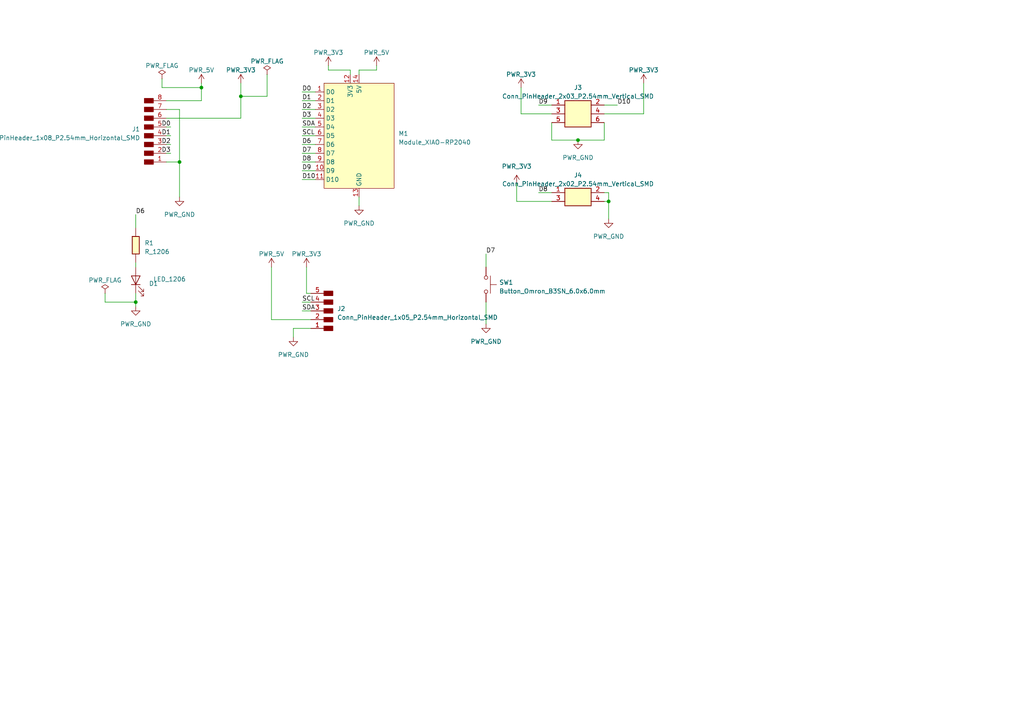
<source format=kicad_sch>
(kicad_sch (version 20230121) (generator eeschema)
  (paper "A4")
  (lib_symbols
    (symbol "fab:Button_Omron_B3SN_6.0x6.0mm" (pin_numbers hide) (pin_names (offset 1.016) hide)
      (property "Reference" "SW" (at 1.27 2.54 0))
      (property "Value" "Button_Omron_B3SN_6.0x6.0mm" (at 0 -1.524 0))
      (symbol "Button_Omron_B3SN_6.0x6.0mm_0_1"
        (circle (center -2.032 0) (radius 0.508))
        (polyline (pts (xy 0 1.27) (xy 0 3.048)))
        (polyline (pts (xy 2.54 1.27) (xy -2.54 1.27)))
        (circle (center 2.032 0) (radius 0.508))
        (pin passive line (at -5.08 0 0) (length 2.54) (name "1") (number "1"))
        (pin passive line (at 5.08 0 180) (length 2.54) (name "2") (number "2"))
      )
    )
    (symbol "fab:Conn_PinHeader_1x05_P2.54mm_Horizontal_SMD" (pin_names hide)
      (property "Reference" "J" (at 0 7.62 0))
      (property "Value" "Conn_PinHeader_1x05_P2.54mm_Horizontal_SMD" (at 0 -7.62 0))
      (symbol "Conn_PinHeader_1x05_P2.54mm_Horizontal_SMD_1_1"
        (rectangle (start -1.27 -4.445) (end 1.27 -5.715) (stroke (width 0.254)) (fill (type outline)))
        (rectangle (start -1.27 -1.905) (end 1.27 -3.175) (stroke (width 0.254)) (fill (type outline)))
        (rectangle (start -1.27 0.635) (end 1.27 -0.635) (stroke (width 0.254)) (fill (type outline)))
        (rectangle (start -1.27 3.175) (end 1.27 1.905) (stroke (width 0.254)) (fill (type outline)))
        (rectangle (start -1.27 5.715) (end 1.27 4.445) (stroke (width 0.254)) (fill (type outline)))
        (pin passive line (at 5.08 5.08 180) (length 3.81) (name "Pin_1") (number "1"))
        (pin passive line (at 5.08 2.54 180) (length 3.81) (name "Pin_2") (number "2"))
        (pin passive line (at 5.08 0 180) (length 3.81) (name "Pin_3") (number "3"))
        (pin passive line (at 5.08 -2.54 180) (length 3.81) (name "Pin_4") (number "4"))
        (pin passive line (at 5.08 -5.08 180) (length 3.81) (name "Pin_5") (number "5"))
      )
    )
    (symbol "fab:Conn_PinHeader_1x08_P2.54mm_Horizontal_SMD" (pin_names hide)
      (property "Reference" "J" (at 0 10.16 0))
      (property "Value" "Conn_PinHeader_1x08_P2.54mm_Horizontal_SMD" (at 0 -12.7 0))
      (symbol "Conn_PinHeader_1x08_P2.54mm_Horizontal_SMD_1_1"
        (rectangle (start -1.27 -9.525) (end 1.27 -10.795) (stroke (width 0.254)) (fill (type outline)))
        (rectangle (start -1.27 -6.985) (end 1.27 -8.255) (stroke (width 0.254)) (fill (type outline)))
        (rectangle (start -1.27 -4.445) (end 1.27 -5.715) (stroke (width 0.254)) (fill (type outline)))
        (rectangle (start -1.27 -1.905) (end 1.27 -3.175) (stroke (width 0.254)) (fill (type outline)))
        (rectangle (start -1.27 0.635) (end 1.27 -0.635) (stroke (width 0.254)) (fill (type outline)))
        (rectangle (start -1.27 3.175) (end 1.27 1.905) (stroke (width 0.254)) (fill (type outline)))
        (rectangle (start -1.27 5.715) (end 1.27 4.445) (stroke (width 0.254)) (fill (type outline)))
        (rectangle (start -1.27 8.255) (end 1.27 6.985) (stroke (width 0.254)) (fill (type outline)))
        (pin passive line (at 5.08 7.62 180) (length 3.81) (name "Pin_1") (number "1"))
        (pin passive line (at 5.08 5.08 180) (length 3.81) (name "Pin_2") (number "2"))
        (pin passive line (at 5.08 2.54 180) (length 3.81) (name "Pin_3") (number "3"))
        (pin passive line (at 5.08 0 180) (length 3.81) (name "Pin_4") (number "4"))
        (pin passive line (at 5.08 -2.54 180) (length 3.81) (name "Pin_5") (number "5"))
        (pin passive line (at 5.08 -5.08 180) (length 3.81) (name "Pin_6") (number "6"))
        (pin passive line (at 5.08 -7.62 180) (length 3.81) (name "Pin_7") (number "7"))
        (pin passive line (at 5.08 -10.16 180) (length 3.81) (name "Pin_8") (number "8"))
      )
    )
    (symbol "fab:Conn_PinHeader_2x02_P2.54mm_Vertical_SMD" (pin_names hide)
      (property "Reference" "J" (at 0 3.81 0))
      (property "Value" "Conn_PinHeader_2x02_P2.54mm_Vertical_SMD" (at 0 -3.81 0))
      (symbol "Conn_PinHeader_2x02_P2.54mm_Vertical_SMD_1_1"
        (rectangle (start -3.81 2.54) (end 3.81 -2.54) (stroke (width 0.254)) (fill (type background)))
        (pin passive line (at -7.62 1.27 0) (length 3.81) (name "Pin_1") (number "1"))
        (pin passive line (at 7.62 1.27 180) (length 3.81) (name "Pin_2") (number "2"))
        (pin passive line (at -7.62 -1.27 0) (length 3.81) (name "Pin_3") (number "3"))
        (pin passive line (at 7.62 -1.27 180) (length 3.81) (name "Pin_4") (number "4"))
      )
    )
    (symbol "fab:Conn_PinHeader_2x03_P2.54mm_Vertical_SMD" (pin_names hide)
      (property "Reference" "J" (at 0 5.08 0))
      (property "Value" "Conn_PinHeader_2x03_P2.54mm_Vertical_SMD" (at 0 -5.08 0))
      (symbol "Conn_PinHeader_2x03_P2.54mm_Vertical_SMD_1_1"
        (rectangle (start -3.81 3.81) (end 3.81 -3.81) (stroke (width 0.254)) (fill (type background)))
        (pin passive line (at -7.62 2.54 0) (length 3.81) (name "Pin_1") (number "1"))
        (pin passive line (at 7.62 2.54 180) (length 3.81) (name "Pin_2") (number "2"))
        (pin passive line (at -7.62 0 0) (length 3.81) (name "Pin_3") (number "3"))
        (pin passive line (at 7.62 0 180) (length 3.81) (name "Pin_4") (number "4"))
        (pin passive line (at -7.62 -2.54 0) (length 3.81) (name "Pin_5") (number "5"))
        (pin passive line (at 7.62 -2.54 180) (length 3.81) (name "Pin_6") (number "6"))
      )
    )
    (symbol "fab:LED_1206" (pin_numbers hide) (pin_names (offset 1.016) hide)
      (property "Reference" "D" (at 0 2.54 0))
      (property "Value" "LED_1206" (at 0 -2.54 0))
      (symbol "LED_1206_0_1"
        (polyline (pts (xy -1.27 -1.27) (xy -1.27 1.27)) (stroke (width 0.2032)))
        (polyline (pts (xy -1.27 0) (xy 1.27 0)))
        (polyline (pts (xy 1.27 -1.27) (xy 1.27 1.27) (xy -1.27 0) (xy 1.27 -1.27)) (stroke (width 0.2032)))
        (polyline (pts (xy -3.048 -0.762) (xy -4.572 -2.286) (xy -3.81 -2.286) (xy -4.572 -2.286) (xy -4.572 -1.524)))
        (polyline (pts (xy -1.778 -0.762) (xy -3.302 -2.286) (xy -2.54 -2.286) (xy -3.302 -2.286) (xy -3.302 -1.524)))
      )
      (symbol "LED_1206_1_1"
        (pin passive line (at -3.81 0 0) (length 2.54) (name "K") (number "1"))
        (pin passive line (at 3.81 0 180) (length 2.54) (name "A") (number "2"))
      )
    )
    (symbol "fab:Module_XIAO-RP2040"
      (property "Reference" "M" (at 0 0 0))
      (property "Value" "Module_XIAO-RP2040" (at 0 2.54 0))
      (symbol "Module_XIAO-RP2040_0_1"
        (rectangle (start -10.16 15.24) (end 10.16 -15.24) (fill (type background)))
      )
      (symbol "Module_XIAO-RP2040_1_1"
        (pin bidirectional line (at -12.7 12.7 0) (length 2.54) (name "D0") (number "1"))
        (pin bidirectional line (at -12.7 -10.16 0) (length 2.54) (name "D9") (number "10"))
        (pin bidirectional line (at -12.7 -12.7 0) (length 2.54) (name "D10") (number "11"))
        (pin power_in line (at -2.54 17.78 270) (length 2.54) (name "3V3") (number "12"))
        (pin power_in line (at 0 -17.78 90) (length 2.54) (name "GND") (number "13"))
        (pin power_in line (at 0 17.78 270) (length 2.54) (name "5V") (number "14"))
        (pin bidirectional line (at -12.7 10.16 0) (length 2.54) (name "D1") (number "2"))
        (pin bidirectional line (at -12.7 7.62 0) (length 2.54) (name "D2") (number "3"))
        (pin bidirectional line (at -12.7 5.08 0) (length 2.54) (name "D3") (number "4"))
        (pin bidirectional line (at -12.7 2.54 0) (length 2.54) (name "D4") (number "5"))
        (pin bidirectional line (at -12.7 0 0) (length 2.54) (name "D5") (number "6"))
        (pin bidirectional line (at -12.7 -2.54 0) (length 2.54) (name "D6") (number "7"))
        (pin bidirectional line (at -12.7 -5.08 0) (length 2.54) (name "D7") (number "8"))
        (pin bidirectional line (at -12.7 -7.62 0) (length 2.54) (name "D8") (number "9"))
      )
    )
    (symbol "fab:PWR_3V3" (power) (pin_names (offset 0))
      (property "Value" "PWR_3V3" (at 0 3.556 0))
      (symbol "PWR_3V3_0_1"
        (polyline (pts (xy -0.762 1.27) (xy 0 2.54)))
        (polyline (pts (xy 0 0) (xy 0 2.54)))
        (polyline (pts (xy 0 2.54) (xy 0.762 1.27)))
      )
      (symbol "PWR_3V3_1_1"
        (pin power_in line (at 0 0 90) (length 0) hide (name "PWR_3V3") (number "1"))
      )
    )
    (symbol "fab:PWR_5V" (power) (pin_names (offset 0))
      (property "Value" "PWR_5V" (at 0 3.556 0))
      (symbol "PWR_5V_0_1"
        (polyline (pts (xy -0.762 1.27) (xy 0 2.54)))
        (polyline (pts (xy 0 0) (xy 0 2.54)))
        (polyline (pts (xy 0 2.54) (xy 0.762 1.27)))
      )
      (symbol "PWR_5V_1_1"
        (pin power_in line (at 0 0 90) (length 0) hide (name "PWR_5V") (number "1"))
      )
    )
    (symbol "fab:PWR_FLAG" (power) (pin_numbers hide) (pin_names (offset 0) hide)
      (property "Value" "PWR_FLAG" (at 0 3.81 0))
      (symbol "PWR_FLAG_0_0"
        (pin power_out line (at 0 0 90) (length 0) (name "PWR_FLAG") (number "1"))
      )
      (symbol "PWR_FLAG_0_1"
        (polyline (pts (xy 0 0) (xy 0 1.27) (xy -1.016 1.905) (xy 0 2.54) (xy 1.016 1.905) (xy 0 1.27)))
      )
    )
    (symbol "fab:PWR_GND" (power) (pin_names (offset 0))
      (property "Value" "PWR_GND" (at 0 -3.81 0))
      (symbol "PWR_GND_0_1"
        (polyline (pts (xy 0 0) (xy 0 -1.27) (xy 1.27 -1.27) (xy 0 -2.54) (xy -1.27 -1.27) (xy 0 -1.27)))
      )
      (symbol "PWR_GND_1_1"
        (pin power_in line (at 0 0 270) (length 0) hide (name "PWR_GND") (number "1"))
      )
    )
    (symbol "fab:R_1206" (pin_numbers hide) (pin_names (offset 0))
      (property "Reference" "R" (at 2.54 0 90))
      (property "Value" "R_1206" (at -2.54 0 90))
      (symbol "R_1206_0_1"
        (rectangle (start -1.016 -2.54) (end 1.016 2.54) (stroke (width 0.254)) (fill (type background)))
      )
      (symbol "R_1206_1_1"
        (pin passive line (at 0 5.08 270) (length 2.54) (name "~") (number "1"))
        (pin passive line (at 0 -5.08 90) (length 2.54) (name "~") (number "2"))
      )
    )
  )
  (junction (at 39.37 87.63))
  (junction (at 58.42 25.4))
  (junction (at 167.64 40.64))
  (junction (at 52.07 46.99))
  (junction (at 176.53 58.42))
  (junction (at 69.85 27.94))
  (wire (pts (xy 149.86 58.42) (xy 160.02 58.42)))
  (wire (pts (xy 156.21 30.48) (xy 160.02 30.48)))
  (wire (pts (xy 87.63 52.07) (xy 91.44 52.07)))
  (wire (pts (xy 175.26 55.88) (xy 176.53 55.88)))
  (wire (pts (xy 95.25 20.32) (xy 101.6 20.32)))
  (wire (pts (xy 69.85 34.29) (xy 69.85 27.94)))
  (wire (pts (xy 175.26 30.48) (xy 179.07 30.48)))
  (wire (pts (xy 87.63 34.29) (xy 91.44 34.29)))
  (wire (pts (xy 49.53 39.37) (xy 48.26 39.37)))
  (wire (pts (xy 90.17 95.25) (xy 85.09 95.25)))
  (wire (pts (xy 52.07 46.99) (xy 52.07 57.15)))
  (wire (pts (xy 104.14 20.32) (xy 104.14 21.59)))
  (wire (pts (xy 87.63 29.21) (xy 91.44 29.21)))
  (wire (pts (xy 167.64 40.64) (xy 175.26 40.64)))
  (wire (pts (xy 39.37 87.63) (xy 39.37 88.9)))
  (wire (pts (xy 151.13 25.4) (xy 151.13 33.02)))
  (wire (pts (xy 87.63 90.17) (xy 90.17 90.17)))
  (wire (pts (xy 160.02 35.56) (xy 160.02 40.64)))
  (wire (pts (xy 87.63 87.63) (xy 90.17 87.63)))
  (wire (pts (xy 39.37 62.23) (xy 39.37 66.04)))
  (wire (pts (xy 160.02 40.64) (xy 167.64 40.64)))
  (wire (pts (xy 58.42 29.21) (xy 58.42 25.4)))
  (wire (pts (xy 151.13 33.02) (xy 160.02 33.02)))
  (wire (pts (xy 77.47 21.59) (xy 77.47 27.94)))
  (wire (pts (xy 30.48 87.63) (xy 39.37 87.63)))
  (wire (pts (xy 87.63 31.75) (xy 91.44 31.75)))
  (wire (pts (xy 176.53 55.88) (xy 176.53 58.42)))
  (wire (pts (xy 87.63 46.99) (xy 91.44 46.99)))
  (wire (pts (xy 87.63 36.83) (xy 91.44 36.83)))
  (wire (pts (xy 87.63 26.67) (xy 91.44 26.67)))
  (wire (pts (xy 48.26 46.99) (xy 52.07 46.99)))
  (wire (pts (xy 176.53 58.42) (xy 176.53 63.5)))
  (wire (pts (xy 186.69 33.02) (xy 186.69 24.13)))
  (wire (pts (xy 87.63 49.53) (xy 91.44 49.53)))
  (wire (pts (xy 77.47 27.94) (xy 69.85 27.94)))
  (wire (pts (xy 52.07 31.75) (xy 52.07 46.99)))
  (wire (pts (xy 49.53 41.91) (xy 48.26 41.91)))
  (wire (pts (xy 48.26 34.29) (xy 69.85 34.29)))
  (wire (pts (xy 95.25 19.05) (xy 95.25 20.32)))
  (wire (pts (xy 140.97 87.63) (xy 140.97 93.98)))
  (wire (pts (xy 109.22 19.05) (xy 109.22 20.32)))
  (wire (pts (xy 48.26 31.75) (xy 52.07 31.75)))
  (wire (pts (xy 78.74 77.47) (xy 78.74 92.71)))
  (wire (pts (xy 39.37 85.09) (xy 39.37 87.63)))
  (wire (pts (xy 87.63 41.91) (xy 91.44 41.91)))
  (wire (pts (xy 78.74 92.71) (xy 90.17 92.71)))
  (wire (pts (xy 175.26 33.02) (xy 186.69 33.02)))
  (wire (pts (xy 46.99 22.86) (xy 46.99 25.4)))
  (wire (pts (xy 30.48 85.09) (xy 30.48 87.63)))
  (wire (pts (xy 88.9 85.09) (xy 90.17 85.09)))
  (wire (pts (xy 104.14 57.15) (xy 104.14 59.69)))
  (wire (pts (xy 49.53 44.45) (xy 48.26 44.45)))
  (wire (pts (xy 104.14 20.32) (xy 109.22 20.32)))
  (wire (pts (xy 88.9 77.47) (xy 88.9 85.09)))
  (wire (pts (xy 69.85 27.94) (xy 69.85 24.13)))
  (wire (pts (xy 140.97 73.66) (xy 140.97 77.47)))
  (wire (pts (xy 101.6 20.32) (xy 101.6 21.59)))
  (wire (pts (xy 48.26 29.21) (xy 58.42 29.21)))
  (wire (pts (xy 156.21 55.88) (xy 160.02 55.88)))
  (wire (pts (xy 46.99 25.4) (xy 58.42 25.4)))
  (wire (pts (xy 85.09 95.25) (xy 85.09 97.79)))
  (wire (pts (xy 175.26 58.42) (xy 176.53 58.42)))
  (wire (pts (xy 149.86 53.34) (xy 149.86 58.42)))
  (wire (pts (xy 58.42 25.4) (xy 58.42 24.13)))
  (wire (pts (xy 49.53 36.83) (xy 48.26 36.83)))
  (wire (pts (xy 175.26 35.56) (xy 175.26 40.64)))
  (wire (pts (xy 87.63 39.37) (xy 91.44 39.37)))
  (wire (pts (xy 39.37 76.2) (xy 39.37 77.47)))
  (wire (pts (xy 87.63 44.45) (xy 91.44 44.45)))
  (label "SDA" (at 87.63 36.83 0))
  (label "D9" (at 87.63 49.53 0))
  (label "D0" (at 87.63 26.67 0))
  (label "D3" (at 87.63 34.29 0))
  (label "SDA" (at 87.63 90.17 0))
  (label "D2" (at 87.63 31.75 0))
  (label "D2" (at 49.53 41.91 180))
  (label "D0" (at 49.53 36.83 180))
  (label "D1" (at 87.63 29.21 0))
  (label "D3" (at 49.53 44.45 180))
  (label "D10" (at 179.07 30.48 0))
  (label "D8" (at 87.63 46.99 0))
  (label "SCL" (at 87.63 39.37 0))
  (label "D9" (at 156.21 30.48 0))
  (label "D8" (at 156.21 55.88 0))
  (label "D6" (at 39.37 62.23 0))
  (label "D7" (at 87.63 44.45 0))
  (label "D10" (at 87.63 52.07 0))
  (label "SCL" (at 87.63 87.63 0))
  (label "D7" (at 140.97 73.66 0))
  (label "D6" (at 87.63 41.91 0))
  (label "D1" (at 49.53 39.37 180))
  (symbol (lib_id "fab:PWR_GND") (at 176.53 63.5 0) (unit 1)
    (property "Reference" "#PWR014" (effects hide))
    (property "Value" "PWR_GND" (at 176.53 68.58 0))
  )
  (symbol (lib_id "fab:PWR_FLAG") (at 46.99 22.86 0) (unit 1)
    (property "Reference" "#FLG01" (effects hide))
    (property "Value" "PWR_FLAG" (at 46.99 19.05 0))
  )
  (symbol (lib_id "fab:Module_XIAO-RP2040") (at 104.14 39.37 0) (unit 1)
    (property "Reference" "M1" (at 115.57 38.735 0) (effects (justify left)))
    (property "Value" "Module_XIAO-RP2040" (at 115.57 41.275 0) (effects (justify left)))
    (property "Footprint" "own_library:XIAO_socket" (effects hide))
    (property "Datasheet" "https://wiki.seeedstudio.com/XIAO-RP2040/" (effects hide))
  )
  (symbol (lib_id "fab:PWR_GND") (at 85.09 97.79 0) (unit 1)
    (property "Reference" "#PWR016" (effects hide))
    (property "Value" "PWR_GND" (at 85.09 102.87 0))
  )
  (symbol (lib_id "fab:Button_Omron_B3SN_6.0x6.0mm") (at 140.97 82.55 270) (unit 1)
    (property "Reference" "SW1" (at 144.78 81.915 90) (effects (justify left)))
    (property "Value" "Button_Omron_B3SN_6.0x6.0mm" (at 144.78 84.455 90) (effects (justify left)))
    (property "Footprint" "fab:Button_Omron_B3SN_6.0x6.0mm" (effects hide))
    (property "Datasheet" "https://omronfs.omron.com/en_US/ecb/products/pdf/en-b3sn.pdf" (effects hide))
  )
  (symbol (lib_id "fab:PWR_3V3") (at 149.86 53.34 0) (unit 1)
    (property "Reference" "#PWR017" (effects hide))
    (property "Value" "PWR_3V3" (at 149.86 48.26 0))
  )
  (symbol (lib_id "fab:PWR_FLAG") (at 77.47 21.59 0) (unit 1)
    (property "Reference" "#FLG02" (effects hide))
    (property "Value" "PWR_FLAG" (at 77.47 17.78 0))
  )
  (symbol (lib_id "fab:PWR_5V") (at 78.74 77.47 0) (unit 1)
    (property "Reference" "#PWR09" (effects hide))
    (property "Value" "PWR_5V" (at 78.74 73.66 0))
  )
  (symbol (lib_id "fab:PWR_GND") (at 39.37 88.9 0) (unit 1)
    (property "Reference" "#PWR011" (effects hide))
    (property "Value" "PWR_GND" (at 39.37 93.98 0))
  )
  (symbol (lib_id "fab:PWR_GND") (at 52.07 57.15 0) (unit 1)
    (property "Reference" "#PWR010" (effects hide))
    (property "Value" "PWR_GND" (at 52.07 62.23 0))
  )
  (symbol (lib_id "fab:Conn_PinHeader_2x03_P2.54mm_Vertical_SMD") (at 167.64 33.02 0) (unit 1)
    (property "Reference" "J3" (at 167.64 25.4 0))
    (property "Value" "Conn_PinHeader_2x03_P2.54mm_Vertical_SMD" (at 167.64 27.94 0))
    (property "Footprint" "fab:PinHeader_2x03_P2.54mm_Vertical_SMD" (effects hide))
    (property "Datasheet" "https://cdn.amphenol-icc.com/media/wysiwyg/files/drawing/95278.pdf" (effects hide))
  )
  (symbol (lib_id "fab:PWR_3V3") (at 95.25 19.05 0) (unit 1)
    (property "Reference" "#PWR03" (effects hide))
    (property "Value" "PWR_3V3" (at 95.25 15.24 0))
  )
  (symbol (lib_id "fab:PWR_5V") (at 58.42 24.13 0) (unit 1)
    (property "Reference" "#PWR08" (effects hide))
    (property "Value" "PWR_5V" (at 58.42 20.32 0))
  )
  (symbol (lib_id "fab:LED_1206") (at 39.37 81.28 90) (unit 1)
    (property "Reference" "D1" (at 43.18 82.2452 90) (effects (justify right)))
    (property "Value" "LED_1206" (at 44.45 80.9752 90) (effects (justify right)))
    (property "Footprint" "fab:LED_1206" (effects hide))
    (property "Datasheet" "https://optoelectronics.liteon.com/upload/download/DS-22-98-0002/LTST-C150CKT.pdf" (effects hide))
  )
  (symbol (lib_id "fab:PWR_GND") (at 104.14 59.69 0) (unit 1)
    (property "Reference" "#PWR013" (effects hide))
    (property "Value" "PWR_GND" (at 104.14 64.77 0))
  )
  (symbol (lib_id "fab:Conn_PinHeader_2x02_P2.54mm_Vertical_SMD") (at 167.64 57.15 0) (unit 1)
    (property "Reference" "J4" (at 167.64 50.8 0))
    (property "Value" "Conn_PinHeader_2x02_P2.54mm_Vertical_SMD" (at 167.64 53.34 0))
    (property "Footprint" "fab:PinHeader_2x02_P2.54mm_Vertical_SMD" (effects hide))
    (property "Datasheet" "https://cdn.amphenol-icc.com/media/wysiwyg/files/drawing/95278.pdf" (effects hide))
  )
  (symbol (lib_id "fab:PWR_3V3") (at 69.85 24.13 0) (unit 1)
    (property "Reference" "#PWR01" (effects hide))
    (property "Value" "PWR_3V3" (at 69.85 20.32 0))
  )
  (symbol (lib_id "fab:PWR_GND") (at 140.97 93.98 0) (unit 1)
    (property "Reference" "#PWR015" (effects hide))
    (property "Value" "PWR_GND" (at 140.97 99.06 0))
  )
  (symbol (lib_id "fab:R_1206") (at 39.37 71.12 180) (unit 1)
    (property "Reference" "R1" (at 41.91 70.485 0) (effects (justify right)))
    (property "Value" "R_1206" (at 41.91 73.025 0) (effects (justify right)))
    (property "Footprint" "fab:R_1206" (effects hide))
  )
  (symbol (lib_id "fab:Conn_PinHeader_1x08_P2.54mm_Horizontal_SMD") (at 43.18 39.37 0) (mirror x) (unit 1)
    (property "Reference" "J1" (at 40.64 37.465 0) (effects (justify right)))
    (property "Value" "Conn_PinHeader_1x08_P2.54mm_Horizontal_SMD" (at 40.64 40.005 0) (effects (justify right)))
    (property "Footprint" "fab:PinHeader_1x08_P2.54mm_Horizontal_SMD" (effects hide))
  )
  (symbol (lib_id "fab:PWR_3V3") (at 88.9 77.47 0) (unit 1)
    (property "Reference" "#PWR07" (effects hide))
    (property "Value" "PWR_3V3" (at 88.9 73.66 0))
  )
  (symbol (lib_id "fab:PWR_FLAG") (at 30.48 85.09 0) (unit 1)
    (property "Reference" "#FLG03" (effects hide))
    (property "Value" "PWR_FLAG" (at 30.48 81.28 0))
  )
  (symbol (lib_id "fab:Conn_PinHeader_1x05_P2.54mm_Horizontal_SMD") (at 95.25 90.17 180) (unit 1)
    (property "Reference" "J2" (at 97.79 89.535 0) (effects (justify right)))
    (property "Value" "Conn_PinHeader_1x05_P2.54mm_Horizontal_SMD" (at 97.79 92.075 0) (effects (justify right)))
    (property "Footprint" "fab:PinHeader_1x05_P2.54mm_Horizontal_SMD" (effects hide))
  )
  (symbol (lib_id "fab:PWR_3V3") (at 151.13 25.4 0) (unit 1)
    (property "Reference" "#PWR04" (effects hide))
    (property "Value" "PWR_3V3" (at 151.13 21.59 0))
  )
  (symbol (lib_id "fab:PWR_GND") (at 167.64 40.64 0) (unit 1)
    (property "Reference" "#PWR012" (effects hide))
    (property "Value" "PWR_GND" (at 167.64 45.72 0))
  )
  (symbol (lib_id "fab:PWR_3V3") (at 186.69 24.13 0) (unit 1)
    (property "Reference" "#PWR06" (effects hide))
    (property "Value" "PWR_3V3" (at 186.69 20.32 0))
  )
  (symbol (lib_id "fab:PWR_5V") (at 109.22 19.05 0) (unit 1)
    (property "Reference" "#PWR02" (effects hide))
    (property "Value" "PWR_5V" (at 109.22 15.24 0))
  )
)
</source>
